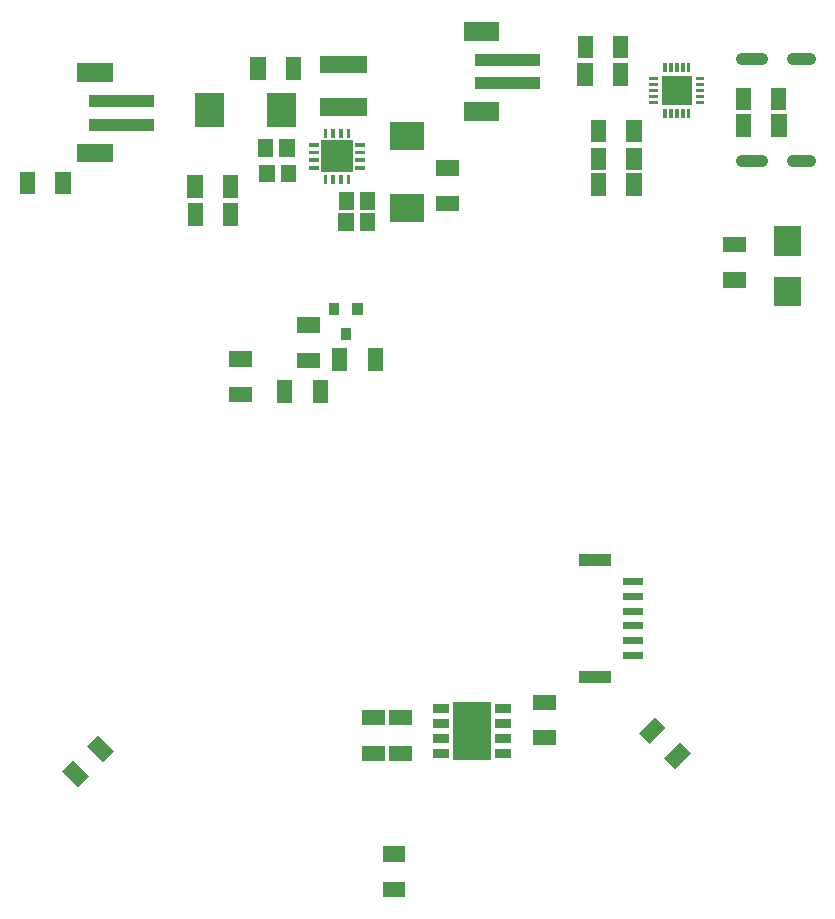
<source format=gbr>
G04 start of page 11 for group -4014 idx -4014 *
G04 Title: (unknown), bottompaste *
G04 Creator: pcb 4.2.0 *
G04 CreationDate: Fri Feb 14 02:49:43 2020 UTC *
G04 For: blinken *
G04 Format: Gerber/RS-274X *
G04 PCB-Dimensions (mm): 90.16 90.16 *
G04 PCB-Coordinate-Origin: lower left *
%MOMM*%
%FSLAX43Y43*%
%LNBOTTOMPASTE*%
%ADD82C,1.000*%
%ADD81C,0.002*%
G54D81*G36*
X62129Y86981D02*X60829D01*
Y85081D01*
X62129D01*
Y86981D01*
G37*
G36*
X59130D02*X57830D01*
Y85081D01*
X59130D01*
Y86981D01*
G37*
G36*
X62113Y84660D02*X60813D01*
Y82760D01*
X62113D01*
Y84660D01*
G37*
G36*
X59113D02*X57813D01*
Y82760D01*
X59113D01*
Y84660D01*
G37*
G36*
X67390Y80739D02*X67091D01*
Y80010D01*
X67390D01*
Y80739D01*
G37*
G36*
X66890D02*X66590D01*
Y80010D01*
X66890D01*
Y80739D01*
G37*
G36*
X66390D02*X66090D01*
Y80010D01*
X66390D01*
Y80739D01*
G37*
G36*
X65890D02*X65590D01*
Y80010D01*
X65890D01*
Y80739D01*
G37*
G36*
X63910Y81489D02*Y81190D01*
X64639D01*
Y81489D01*
X63910D01*
G37*
G36*
Y81990D02*Y81690D01*
X64639D01*
Y81990D01*
X63910D01*
G37*
G36*
Y82490D02*Y82190D01*
X64639D01*
Y82490D01*
X63910D01*
G37*
G36*
Y82990D02*Y82690D01*
X64639D01*
Y82990D01*
X63910D01*
G37*
G36*
Y83490D02*Y83191D01*
X64639D01*
Y83490D01*
X63910D01*
G37*
G36*
X64990Y82340D02*Y81090D01*
X66240D01*
Y82340D01*
X64990D01*
G37*
G36*
X66240D02*Y81090D01*
X67490D01*
Y82340D01*
X66240D01*
G37*
G36*
Y83590D02*Y82340D01*
X67490D01*
Y83590D01*
X66240D01*
G37*
G36*
X64990D02*Y82340D01*
X66240D01*
Y83590D01*
X64990D01*
G37*
G36*
X65389Y84671D02*X65090D01*
Y83942D01*
X65389D01*
Y84671D01*
G37*
G36*
X65890D02*X65590D01*
Y83942D01*
X65890D01*
Y84671D01*
G37*
G36*
X66390D02*X66090D01*
Y83942D01*
X66390D01*
Y84671D01*
G37*
G36*
X66890D02*X66590D01*
Y83942D01*
X66890D01*
Y84671D01*
G37*
G36*
X67390D02*X67091D01*
Y83942D01*
X67390D01*
Y84671D01*
G37*
G36*
X67842Y83490D02*Y83191D01*
X68571D01*
Y83490D01*
X67842D01*
G37*
G36*
Y82990D02*Y82690D01*
X68571D01*
Y82990D01*
X67842D01*
G37*
G36*
Y82490D02*Y82190D01*
X68571D01*
Y82490D01*
X67842D01*
G37*
G36*
Y81990D02*Y81690D01*
X68571D01*
Y81990D01*
X67842D01*
G37*
G36*
Y81489D02*Y81190D01*
X68571D01*
Y81489D01*
X67842D01*
G37*
G36*
X65389Y80739D02*X65090D01*
Y80010D01*
X65389D01*
Y80739D01*
G37*
G36*
X63258Y75327D02*X61958D01*
Y73427D01*
X63258D01*
Y75327D01*
G37*
G36*
X60258D02*X58958D01*
Y73427D01*
X60258D01*
Y75327D01*
G37*
G36*
X60274Y77507D02*X58974D01*
Y75607D01*
X60274D01*
Y77507D01*
G37*
G36*
X63273D02*X61973D01*
Y75607D01*
X63273D01*
Y77507D01*
G37*
G36*
X60256Y79871D02*X58956D01*
Y77971D01*
X60256D01*
Y79871D01*
G37*
G36*
X63256D02*X61956D01*
Y77971D01*
X63256D01*
Y79871D01*
G37*
G36*
X36007Y81697D02*Y80197D01*
X40007D01*
Y81697D01*
X36007D01*
G37*
G36*
Y85297D02*Y83797D01*
X40007D01*
Y85297D01*
X36007D01*
G37*
G36*
X35110Y77885D02*Y77585D01*
X35910D01*
Y77885D01*
X35110D01*
G37*
G36*
Y77235D02*Y76935D01*
X35910D01*
Y77235D01*
X35110D01*
G37*
G36*
Y76585D02*Y76285D01*
X35910D01*
Y76585D01*
X35110D01*
G37*
G36*
Y75935D02*Y75635D01*
X35910D01*
Y75935D01*
X35110D01*
G37*
G36*
X39010D02*Y75635D01*
X39810D01*
Y75935D01*
X39010D01*
G37*
G36*
Y76585D02*Y76285D01*
X39810D01*
Y76585D01*
X39010D01*
G37*
G36*
Y77235D02*Y76935D01*
X39810D01*
Y77235D01*
X39010D01*
G37*
G36*
Y77885D02*Y77585D01*
X39810D01*
Y77885D01*
X39010D01*
G37*
G36*
X36635Y75210D02*X36335D01*
Y74410D01*
X36635D01*
Y75210D01*
G37*
G36*
X37285D02*X36985D01*
Y74410D01*
X37285D01*
Y75210D01*
G37*
G36*
X37935D02*X37635D01*
Y74410D01*
X37935D01*
Y75210D01*
G37*
G36*
X38585D02*X38285D01*
Y74410D01*
X38585D01*
Y75210D01*
G37*
G36*
Y79110D02*X38285D01*
Y78310D01*
X38585D01*
Y79110D01*
G37*
G36*
X37935D02*X37635D01*
Y78310D01*
X37935D01*
Y79110D01*
G37*
G36*
X37285D02*X36985D01*
Y78310D01*
X37285D01*
Y79110D01*
G37*
G36*
X36635D02*X36335D01*
Y78310D01*
X36635D01*
Y79110D01*
G37*
G36*
X36110Y78110D02*Y75410D01*
X38810D01*
Y78110D01*
X36110D01*
G37*
G36*
X41940Y79700D02*Y77300D01*
X44840D01*
Y79700D01*
X41940D01*
G37*
G36*
Y73600D02*Y71200D01*
X44840D01*
Y73600D01*
X41940D01*
G37*
G36*
X45870Y76420D02*Y75120D01*
X47770D01*
Y76420D01*
X45870D01*
G37*
G36*
Y73420D02*Y72120D01*
X47770D01*
Y73420D01*
X45870D01*
G37*
G36*
X49190Y85450D02*Y84450D01*
X54690D01*
Y85450D01*
X49190D01*
G37*
G36*
Y83450D02*Y82450D01*
X54690D01*
Y83450D01*
X49190D01*
G37*
G36*
X48190Y88150D02*Y86550D01*
X51190D01*
Y88150D01*
X48190D01*
G37*
G36*
Y81350D02*Y79750D01*
X51190D01*
Y81350D01*
X48190D01*
G37*
G36*
X33890Y78200D02*X32590D01*
Y76700D01*
X33890D01*
Y78200D01*
G37*
G36*
X32090D02*X30790D01*
Y76700D01*
X32090D01*
Y78200D01*
G37*
G36*
X27859Y82162D02*X25459D01*
Y79262D01*
X27859D01*
Y82162D01*
G37*
G36*
X33959D02*X31559D01*
Y79262D01*
X33959D01*
Y82162D01*
G37*
G36*
X40690Y71950D02*X39390D01*
Y70450D01*
X40690D01*
Y71950D01*
G37*
G36*
X38890D02*X37590D01*
Y70450D01*
X38890D01*
Y71950D01*
G37*
G36*
X29124Y72781D02*X27824D01*
Y70881D01*
X29124D01*
Y72781D01*
G37*
G36*
X26124D02*X24824D01*
Y70881D01*
X26124D01*
Y72781D01*
G37*
G36*
X29094Y75157D02*X27794D01*
Y73257D01*
X29094D01*
Y75157D01*
G37*
G36*
X26094D02*X24794D01*
Y73257D01*
X26094D01*
Y75157D01*
G37*
G36*
X34439Y85138D02*X33139D01*
Y83239D01*
X34439D01*
Y85138D01*
G37*
G36*
X31439D02*X30139D01*
Y83239D01*
X31439D01*
Y85138D01*
G37*
G36*
X11920Y75448D02*X10620D01*
Y73548D01*
X11920D01*
Y75448D01*
G37*
G36*
X14920D02*X13620D01*
Y73548D01*
X14920D01*
Y75448D01*
G37*
G36*
X41351Y60524D02*X40051D01*
Y58624D01*
X41351D01*
Y60524D01*
G37*
G36*
X38351D02*X37051D01*
Y58624D01*
X38351D01*
Y60524D01*
G37*
G36*
X36697Y57825D02*X35397D01*
Y55925D01*
X36697D01*
Y57825D01*
G37*
G36*
X33698D02*X32398D01*
Y55925D01*
X33698D01*
Y57825D01*
G37*
G36*
X37653Y64343D02*X36790D01*
Y63327D01*
X37653D01*
Y64343D01*
G37*
G36*
X39634D02*X38771D01*
Y63327D01*
X39634D01*
Y64343D01*
G37*
G36*
X38644Y62260D02*X37780D01*
Y61244D01*
X38644D01*
Y62260D01*
G37*
G36*
X28354Y57268D02*Y55968D01*
X30254D01*
Y57268D01*
X28354D01*
G37*
G36*
Y60268D02*Y58968D01*
X30254D01*
Y60268D01*
X28354D01*
G37*
G36*
X76760Y66560D02*X74460D01*
Y64060D01*
X76760D01*
Y66560D01*
G37*
G36*
Y70860D02*X74460D01*
Y68360D01*
X76760D01*
Y70860D01*
G37*
G36*
X38900Y73750D02*X37600D01*
Y72250D01*
X38900D01*
Y73750D01*
G37*
G36*
X40700D02*X39400D01*
Y72250D01*
X40700D01*
Y73750D01*
G37*
G36*
X33990Y76070D02*X32690D01*
Y74570D01*
X33990D01*
Y76070D01*
G37*
G36*
X32190D02*X30890D01*
Y74570D01*
X32190D01*
Y76070D01*
G37*
G36*
X16470Y81950D02*Y80950D01*
X21970D01*
Y81950D01*
X16470D01*
G37*
G36*
Y79950D02*Y78950D01*
X21970D01*
Y79950D01*
X16470D01*
G37*
G36*
X15470Y84650D02*Y83050D01*
X18470D01*
Y84650D01*
X15470D01*
G37*
G36*
Y77850D02*Y76250D01*
X18470D01*
Y77850D01*
X15470D01*
G37*
G36*
X34095Y63142D02*Y61842D01*
X35995D01*
Y63142D01*
X34095D01*
G37*
G36*
Y60142D02*Y58842D01*
X35995D01*
Y60142D01*
X34095D01*
G37*
G54D82*X71750Y76390D02*X73440D01*
X71750Y85040D02*X73440D01*
X76100Y76390D02*X77500D01*
X76100Y85040D02*X77500D01*
G54D81*G36*
X75524Y82573D02*X74224D01*
Y80674D01*
X75524D01*
Y82573D01*
G37*
G36*
X72524D02*X71224D01*
Y80674D01*
X72524D01*
Y82573D01*
G37*
G36*
X75533Y80321D02*X74233D01*
Y78422D01*
X75533D01*
Y80321D01*
G37*
G36*
X72533D02*X71233D01*
Y78422D01*
X72533D01*
Y80321D01*
G37*
G36*
X70170Y66950D02*Y65650D01*
X72070D01*
Y66950D01*
X70170D01*
G37*
G36*
Y69950D02*Y68650D01*
X72070D01*
Y69950D01*
X70170D01*
G37*
G36*
X65275Y28376D02*X64356Y29295D01*
X63013Y27952D01*
X63932Y27032D01*
X65275Y28376D01*
G37*
G36*
X67397Y26254D02*X66477Y27174D01*
X65134Y25830D01*
X66053Y24911D01*
X67397Y26254D01*
G37*
G36*
X41345Y18348D02*Y17048D01*
X43245D01*
Y18348D01*
X41345D01*
G37*
G36*
Y15349D02*Y14049D01*
X43245D01*
Y15349D01*
X41345D01*
G37*
G36*
X17222Y27748D02*X16303Y26829D01*
X17647Y25486D01*
X18566Y26405D01*
X17222Y27748D01*
G37*
G36*
X15101Y25627D02*X14182Y24708D01*
X15526Y23364D01*
X16445Y24284D01*
X15101Y25627D01*
G37*
G36*
X50520Y30570D02*X47320D01*
Y25670D01*
X50520D01*
Y30570D01*
G37*
G36*
X45620Y26590D02*Y25840D01*
X46970D01*
Y26590D01*
X45620D01*
G37*
G36*
Y27860D02*Y27110D01*
X46970D01*
Y27860D01*
X45620D01*
G37*
G36*
Y29130D02*Y28380D01*
X46970D01*
Y29130D01*
X45620D01*
G37*
G36*
Y30400D02*Y29650D01*
X46970D01*
Y30400D01*
X45620D01*
G37*
G36*
X50870Y26590D02*Y25840D01*
X52220D01*
Y26590D01*
X50870D01*
G37*
G36*
Y27860D02*Y27110D01*
X52220D01*
Y27860D01*
X50870D01*
G37*
G36*
Y29130D02*Y28380D01*
X52220D01*
Y29130D01*
X50870D01*
G37*
G36*
Y30400D02*Y29650D01*
X52220D01*
Y30400D01*
X50870D01*
G37*
G36*
X39604Y29882D02*Y28582D01*
X41504D01*
Y29882D01*
X39604D01*
G37*
G36*
Y26883D02*Y25583D01*
X41504D01*
Y26883D01*
X39604D01*
G37*
G36*
X41888Y29878D02*Y28578D01*
X43788D01*
Y29878D01*
X41888D01*
G37*
G36*
Y26879D02*Y25579D01*
X43788D01*
Y26879D01*
X41888D01*
G37*
G36*
X54089Y31200D02*Y29900D01*
X55989D01*
Y31200D01*
X54089D01*
G37*
G36*
Y28200D02*Y26900D01*
X55989D01*
Y28200D01*
X54089D01*
G37*
G36*
X57953Y33167D02*Y32167D01*
X60653D01*
Y33167D01*
X57953D01*
G37*
G36*
X61653Y34817D02*Y34217D01*
X63353D01*
Y34817D01*
X61653D01*
G37*
G36*
Y36067D02*Y35467D01*
X63353D01*
Y36067D01*
X61653D01*
G37*
G36*
Y37317D02*Y36717D01*
X63353D01*
Y37317D01*
X61653D01*
G37*
G36*
Y38567D02*Y37967D01*
X63353D01*
Y38567D01*
X61653D01*
G37*
G36*
Y39817D02*Y39217D01*
X63353D01*
Y39817D01*
X61653D01*
G37*
G36*
Y41067D02*Y40467D01*
X63353D01*
Y41067D01*
X61653D01*
G37*
G36*
X57953Y43117D02*Y42117D01*
X60653D01*
Y43117D01*
X57953D01*
G37*
M02*

</source>
